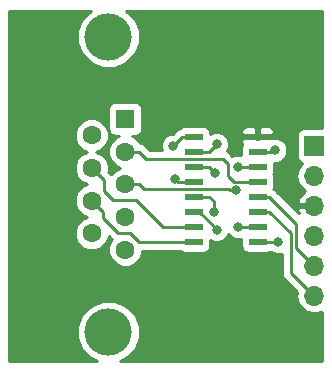
<source format=gbr>
G04 #@! TF.GenerationSoftware,KiCad,Pcbnew,(5.0.2)-1*
G04 #@! TF.CreationDate,2019-09-14T16:49:05-04:00*
G04 #@! TF.ProjectId,RS232_TTL_Male,52533233-325f-4545-944c-5f4d616c652e,rev?*
G04 #@! TF.SameCoordinates,Original*
G04 #@! TF.FileFunction,Copper,L1,Top*
G04 #@! TF.FilePolarity,Positive*
%FSLAX46Y46*%
G04 Gerber Fmt 4.6, Leading zero omitted, Abs format (unit mm)*
G04 Created by KiCad (PCBNEW (5.0.2)-1) date 9/14/2019 4:49:05 PM*
%MOMM*%
%LPD*%
G01*
G04 APERTURE LIST*
G04 #@! TA.AperFunction,ComponentPad*
%ADD10R,1.700000X1.700000*%
G04 #@! TD*
G04 #@! TA.AperFunction,ComponentPad*
%ADD11O,1.700000X1.700000*%
G04 #@! TD*
G04 #@! TA.AperFunction,ComponentPad*
%ADD12R,1.600000X1.600000*%
G04 #@! TD*
G04 #@! TA.AperFunction,ComponentPad*
%ADD13C,1.600000*%
G04 #@! TD*
G04 #@! TA.AperFunction,ComponentPad*
%ADD14C,4.000000*%
G04 #@! TD*
G04 #@! TA.AperFunction,SMDPad,CuDef*
%ADD15R,1.500000X0.600000*%
G04 #@! TD*
G04 #@! TA.AperFunction,ViaPad*
%ADD16C,0.800000*%
G04 #@! TD*
G04 #@! TA.AperFunction,Conductor*
%ADD17C,0.250000*%
G04 #@! TD*
G04 #@! TA.AperFunction,Conductor*
%ADD18C,0.254000*%
G04 #@! TD*
G04 APERTURE END LIST*
D10*
G04 #@! TO.P,H1,1*
G04 #@! TO.N,GND*
X26543000Y-12192000D03*
D11*
G04 #@! TO.P,H1,2*
G04 #@! TO.N,Net-(H1-Pad2)*
X26543000Y-14732000D03*
G04 #@! TO.P,H1,3*
G04 #@! TO.N,/VCC*
X26543000Y-17272000D03*
G04 #@! TO.P,H1,4*
G04 #@! TO.N,Net-(H1-Pad4)*
X26543000Y-19812000D03*
G04 #@! TO.P,H1,5*
G04 #@! TO.N,Net-(H1-Pad5)*
X26543000Y-22352000D03*
G04 #@! TO.P,H1,6*
G04 #@! TO.N,Net-(H1-Pad6)*
X26543000Y-24892000D03*
G04 #@! TD*
D12*
G04 #@! TO.P,J1,1*
G04 #@! TO.N,N/C*
X10541000Y-9906000D03*
D13*
G04 #@! TO.P,J1,2*
G04 #@! TO.N,Net-(J1-Pad2)*
X10541000Y-12676000D03*
G04 #@! TO.P,J1,3*
G04 #@! TO.N,Net-(J1-Pad3)*
X10541000Y-15446000D03*
G04 #@! TO.P,J1,4*
G04 #@! TO.N,N/C*
X10541000Y-18216000D03*
G04 #@! TO.P,J1,5*
G04 #@! TO.N,GND*
X10541000Y-20986000D03*
G04 #@! TO.P,J1,6*
G04 #@! TO.N,N/C*
X7701000Y-11291000D03*
G04 #@! TO.P,J1,7*
G04 #@! TO.N,Net-(J1-Pad7)*
X7701000Y-14061000D03*
G04 #@! TO.P,J1,8*
G04 #@! TO.N,Net-(J1-Pad8)*
X7701000Y-16831000D03*
G04 #@! TO.P,J1,9*
G04 #@! TO.N,N/C*
X7701000Y-19601000D03*
D14*
G04 #@! TO.P,J1,0*
G04 #@! TO.N,Net-(J1-Pad0)*
X9121000Y-2946000D03*
X9121000Y-27946000D03*
G04 #@! TD*
D15*
G04 #@! TO.P,U1,1*
G04 #@! TO.N,Net-(C1-Pad1)*
X16350000Y-11430000D03*
G04 #@! TO.P,U1,2*
G04 #@! TO.N,Net-(C3-Pad2)*
X16350000Y-12700000D03*
G04 #@! TO.P,U1,3*
G04 #@! TO.N,Net-(C1-Pad2)*
X16350000Y-13970000D03*
G04 #@! TO.P,U1,4*
G04 #@! TO.N,Net-(C2-Pad1)*
X16350000Y-15240000D03*
G04 #@! TO.P,U1,5*
G04 #@! TO.N,Net-(C2-Pad2)*
X16350000Y-16510000D03*
G04 #@! TO.P,U1,6*
G04 #@! TO.N,Net-(C4-Pad2)*
X16350000Y-17780000D03*
G04 #@! TO.P,U1,7*
G04 #@! TO.N,Net-(J1-Pad7)*
X16350000Y-19050000D03*
G04 #@! TO.P,U1,8*
G04 #@! TO.N,Net-(J1-Pad8)*
X16350000Y-20320000D03*
G04 #@! TO.P,U1,9*
G04 #@! TO.N,Net-(H1-Pad2)*
X21750000Y-20320000D03*
G04 #@! TO.P,U1,10*
G04 #@! TO.N,Net-(H1-Pad4)*
X21750000Y-19050000D03*
G04 #@! TO.P,U1,11*
G04 #@! TO.N,Net-(H1-Pad6)*
X21750000Y-17780000D03*
G04 #@! TO.P,U1,12*
G04 #@! TO.N,Net-(H1-Pad5)*
X21750000Y-16510000D03*
G04 #@! TO.P,U1,13*
G04 #@! TO.N,Net-(J1-Pad2)*
X21750000Y-15240000D03*
G04 #@! TO.P,U1,14*
G04 #@! TO.N,Net-(J1-Pad3)*
X21750000Y-13970000D03*
G04 #@! TO.P,U1,15*
G04 #@! TO.N,GND*
X21750000Y-12700000D03*
G04 #@! TO.P,U1,16*
G04 #@! TO.N,/VCC*
X21750000Y-11430000D03*
G04 #@! TD*
D16*
G04 #@! TO.N,Net-(C1-Pad1)*
X14605000Y-12192000D03*
G04 #@! TO.N,Net-(C1-Pad2)*
X18161000Y-14478000D03*
G04 #@! TO.N,Net-(C2-Pad2)*
X18034000Y-17780000D03*
G04 #@! TO.N,Net-(C2-Pad1)*
X14732000Y-14986000D03*
G04 #@! TO.N,GND*
X23241000Y-12573000D03*
G04 #@! TO.N,Net-(C3-Pad2)*
X18288000Y-12065000D03*
G04 #@! TO.N,Net-(C4-Pad2)*
X18288000Y-19304000D03*
G04 #@! TO.N,Net-(J1-Pad3)*
X19959955Y-15965000D03*
X20066000Y-13970000D03*
G04 #@! TO.N,/VCC*
X17780000Y-8509000D03*
G04 #@! TO.N,Net-(H1-Pad2)*
X23495000Y-20320000D03*
G04 #@! TO.N,Net-(H1-Pad4)*
X20066000Y-19050000D03*
G04 #@! TD*
D17*
G04 #@! TO.N,Net-(C1-Pad1)*
X16350000Y-11430000D02*
X15367000Y-11430000D01*
X15367000Y-11430000D02*
X14605000Y-12192000D01*
G04 #@! TO.N,Net-(C1-Pad2)*
X16350000Y-13970000D02*
X17653000Y-13970000D01*
X17653000Y-13970000D02*
X18161000Y-14478000D01*
G04 #@! TO.N,Net-(C2-Pad2)*
X18034000Y-16891000D02*
X18034000Y-17780000D01*
X16350000Y-16510000D02*
X17653000Y-16510000D01*
X17653000Y-16510000D02*
X18034000Y-16891000D01*
G04 #@! TO.N,Net-(C2-Pad1)*
X16350000Y-15240000D02*
X14986000Y-15240000D01*
X14986000Y-15240000D02*
X14732000Y-14986000D01*
G04 #@! TO.N,GND*
X21750000Y-12700000D02*
X23114000Y-12700000D01*
X23114000Y-12700000D02*
X23241000Y-12573000D01*
G04 #@! TO.N,Net-(C3-Pad2)*
X17653000Y-12700000D02*
X18288000Y-12065000D01*
X16350000Y-12700000D02*
X17653000Y-12700000D01*
G04 #@! TO.N,Net-(C4-Pad2)*
X18288000Y-19268000D02*
X18288000Y-19304000D01*
X16350000Y-17780000D02*
X16800000Y-17780000D01*
X16800000Y-17780000D02*
X18288000Y-19268000D01*
G04 #@! TO.N,Net-(J1-Pad2)*
X11672370Y-12676000D02*
X10541000Y-12676000D01*
X19226000Y-13716000D02*
X18835001Y-13325001D01*
X18835001Y-13325001D02*
X12321371Y-13325001D01*
X12321371Y-13325001D02*
X11672370Y-12676000D01*
X19734000Y-15240000D02*
X19226000Y-14732000D01*
X21750000Y-15240000D02*
X19734000Y-15240000D01*
X19226000Y-14732000D02*
X19226000Y-13716000D01*
G04 #@! TO.N,Net-(J1-Pad3)*
X21750000Y-13970000D02*
X20066000Y-13970000D01*
X11672370Y-15446000D02*
X10541000Y-15446000D01*
X12091371Y-15865001D02*
X11672370Y-15446000D01*
X19294271Y-15865001D02*
X12091371Y-15865001D01*
X19394270Y-15965000D02*
X19294271Y-15865001D01*
X19959955Y-15965000D02*
X19394270Y-15965000D01*
G04 #@! TO.N,Net-(H1-Pad2)*
X21750000Y-20320000D02*
X23495000Y-20320000D01*
G04 #@! TO.N,Net-(H1-Pad4)*
X21750000Y-19050000D02*
X20066000Y-19050000D01*
G04 #@! TO.N,Net-(H1-Pad5)*
X22750000Y-16510000D02*
X25019000Y-18779000D01*
X21750000Y-16510000D02*
X22750000Y-16510000D01*
X25019000Y-20828000D02*
X26543000Y-22352000D01*
X25019000Y-18779000D02*
X25019000Y-20828000D01*
G04 #@! TO.N,Net-(H1-Pad6)*
X25693001Y-24042001D02*
X26543000Y-24892000D01*
X24568990Y-22917990D02*
X25693001Y-24042001D01*
X24568990Y-19598990D02*
X24568990Y-22917990D01*
X22750000Y-17780000D02*
X24568990Y-19598990D01*
X21750000Y-17780000D02*
X22750000Y-17780000D01*
G04 #@! TO.N,Net-(J1-Pad7)*
X13716000Y-19050000D02*
X16350000Y-19050000D01*
X11430000Y-16764000D02*
X13716000Y-19050000D01*
X9525000Y-16764000D02*
X11430000Y-16764000D01*
X8763000Y-16002000D02*
X9525000Y-16764000D01*
X8763000Y-15123000D02*
X8763000Y-16002000D01*
X7701000Y-14061000D02*
X8763000Y-15123000D01*
G04 #@! TO.N,Net-(J1-Pad8)*
X11684000Y-20320000D02*
X16350000Y-20320000D01*
X10922000Y-19558000D02*
X11684000Y-20320000D01*
X9906000Y-19558000D02*
X10922000Y-19558000D01*
X8636000Y-18288000D02*
X9906000Y-19558000D01*
X8636000Y-17766000D02*
X8636000Y-18288000D01*
X7701000Y-16831000D02*
X8636000Y-17766000D01*
G04 #@! TD*
D18*
G04 #@! TO.N,/VCC*
G36*
X6887155Y-1453392D02*
X6486000Y-2421866D01*
X6486000Y-3470134D01*
X6887155Y-4438608D01*
X7628392Y-5179845D01*
X8596866Y-5581000D01*
X9645134Y-5581000D01*
X10613608Y-5179845D01*
X11354845Y-4438608D01*
X11756000Y-3470134D01*
X11756000Y-2421866D01*
X11354845Y-1453392D01*
X10636453Y-735000D01*
X27205000Y-735000D01*
X27205000Y-10694560D01*
X25693000Y-10694560D01*
X25445235Y-10743843D01*
X25235191Y-10884191D01*
X25094843Y-11094235D01*
X25045560Y-11342000D01*
X25045560Y-13042000D01*
X25094843Y-13289765D01*
X25235191Y-13499809D01*
X25445235Y-13640157D01*
X25490619Y-13649184D01*
X25472375Y-13661375D01*
X25144161Y-14152582D01*
X25028908Y-14732000D01*
X25144161Y-15311418D01*
X25472375Y-15802625D01*
X25791478Y-16015843D01*
X25661642Y-16076817D01*
X25271355Y-16505076D01*
X25101524Y-16915110D01*
X25222845Y-17145000D01*
X26416000Y-17145000D01*
X26416000Y-17125000D01*
X26670000Y-17125000D01*
X26670000Y-17145000D01*
X26690000Y-17145000D01*
X26690000Y-17399000D01*
X26670000Y-17399000D01*
X26670000Y-17419000D01*
X26416000Y-17419000D01*
X26416000Y-17399000D01*
X25222845Y-17399000D01*
X25101524Y-17628890D01*
X25213116Y-17898314D01*
X23340331Y-16025530D01*
X23297929Y-15962071D01*
X23079299Y-15815987D01*
X23098157Y-15787765D01*
X23147440Y-15540000D01*
X23147440Y-14940000D01*
X23098157Y-14692235D01*
X23039868Y-14605000D01*
X23098157Y-14517765D01*
X23147440Y-14270000D01*
X23147440Y-13670000D01*
X23135108Y-13608000D01*
X23446874Y-13608000D01*
X23827280Y-13450431D01*
X24118431Y-13159280D01*
X24276000Y-12778874D01*
X24276000Y-12367126D01*
X24118431Y-11986720D01*
X23827280Y-11695569D01*
X23446874Y-11538000D01*
X23035126Y-11538000D01*
X22980059Y-11560809D01*
X22976250Y-11557000D01*
X21877000Y-11557000D01*
X21877000Y-11577000D01*
X21623000Y-11577000D01*
X21623000Y-11557000D01*
X20523750Y-11557000D01*
X20365000Y-11715750D01*
X20365000Y-11856310D01*
X20454768Y-12073028D01*
X20401843Y-12152235D01*
X20352560Y-12400000D01*
X20352560Y-12968421D01*
X20271874Y-12935000D01*
X19860126Y-12935000D01*
X19619480Y-13034679D01*
X19425332Y-12840531D01*
X19382930Y-12777072D01*
X19171769Y-12635979D01*
X19323000Y-12270874D01*
X19323000Y-11859126D01*
X19165431Y-11478720D01*
X18874280Y-11187569D01*
X18493874Y-11030000D01*
X18082126Y-11030000D01*
X17747440Y-11168631D01*
X17747440Y-11130000D01*
X17722316Y-11003690D01*
X20365000Y-11003690D01*
X20365000Y-11144250D01*
X20523750Y-11303000D01*
X21623000Y-11303000D01*
X21623000Y-10653750D01*
X21877000Y-10653750D01*
X21877000Y-11303000D01*
X22976250Y-11303000D01*
X23135000Y-11144250D01*
X23135000Y-11003690D01*
X23038327Y-10770301D01*
X22859698Y-10591673D01*
X22626309Y-10495000D01*
X22035750Y-10495000D01*
X21877000Y-10653750D01*
X21623000Y-10653750D01*
X21464250Y-10495000D01*
X20873691Y-10495000D01*
X20640302Y-10591673D01*
X20461673Y-10770301D01*
X20365000Y-11003690D01*
X17722316Y-11003690D01*
X17698157Y-10882235D01*
X17557809Y-10672191D01*
X17347765Y-10531843D01*
X17100000Y-10482560D01*
X15600000Y-10482560D01*
X15352235Y-10531843D01*
X15142191Y-10672191D01*
X15120893Y-10704065D01*
X15118605Y-10704520D01*
X15070462Y-10714096D01*
X14986346Y-10770301D01*
X14819071Y-10882071D01*
X14776671Y-10945527D01*
X14565198Y-11157000D01*
X14399126Y-11157000D01*
X14018720Y-11314569D01*
X13727569Y-11605720D01*
X13570000Y-11986126D01*
X13570000Y-12397874D01*
X13639226Y-12565001D01*
X12636173Y-12565001D01*
X12262701Y-12191530D01*
X12220299Y-12128071D01*
X11968907Y-11960096D01*
X11782322Y-11922982D01*
X11757534Y-11863138D01*
X11353862Y-11459466D01*
X11097893Y-11353440D01*
X11341000Y-11353440D01*
X11588765Y-11304157D01*
X11798809Y-11163809D01*
X11939157Y-10953765D01*
X11988440Y-10706000D01*
X11988440Y-9106000D01*
X11939157Y-8858235D01*
X11798809Y-8648191D01*
X11588765Y-8507843D01*
X11341000Y-8458560D01*
X9741000Y-8458560D01*
X9493235Y-8507843D01*
X9283191Y-8648191D01*
X9142843Y-8858235D01*
X9093560Y-9106000D01*
X9093560Y-10706000D01*
X9142843Y-10953765D01*
X9283191Y-11163809D01*
X9493235Y-11304157D01*
X9741000Y-11353440D01*
X9984107Y-11353440D01*
X9728138Y-11459466D01*
X9324466Y-11863138D01*
X9106000Y-12390561D01*
X9106000Y-12961439D01*
X9324466Y-13488862D01*
X9728138Y-13892534D01*
X10134850Y-14061000D01*
X9728138Y-14229466D01*
X9339610Y-14617994D01*
X9310929Y-14575071D01*
X9247473Y-14532671D01*
X9114104Y-14399302D01*
X9136000Y-14346439D01*
X9136000Y-13775561D01*
X8917534Y-13248138D01*
X8513862Y-12844466D01*
X8107150Y-12676000D01*
X8513862Y-12507534D01*
X8917534Y-12103862D01*
X9136000Y-11576439D01*
X9136000Y-11005561D01*
X8917534Y-10478138D01*
X8513862Y-10074466D01*
X7986439Y-9856000D01*
X7415561Y-9856000D01*
X6888138Y-10074466D01*
X6484466Y-10478138D01*
X6266000Y-11005561D01*
X6266000Y-11576439D01*
X6484466Y-12103862D01*
X6888138Y-12507534D01*
X7294850Y-12676000D01*
X6888138Y-12844466D01*
X6484466Y-13248138D01*
X6266000Y-13775561D01*
X6266000Y-14346439D01*
X6484466Y-14873862D01*
X6888138Y-15277534D01*
X7294850Y-15446000D01*
X6888138Y-15614466D01*
X6484466Y-16018138D01*
X6266000Y-16545561D01*
X6266000Y-17116439D01*
X6484466Y-17643862D01*
X6888138Y-18047534D01*
X7294850Y-18216000D01*
X6888138Y-18384466D01*
X6484466Y-18788138D01*
X6266000Y-19315561D01*
X6266000Y-19886439D01*
X6484466Y-20413862D01*
X6888138Y-20817534D01*
X7415561Y-21036000D01*
X7986439Y-21036000D01*
X8513862Y-20817534D01*
X8917534Y-20413862D01*
X9136000Y-19886439D01*
X9136000Y-19862802D01*
X9315670Y-20042472D01*
X9358071Y-20105929D01*
X9378215Y-20119389D01*
X9324466Y-20173138D01*
X9106000Y-20700561D01*
X9106000Y-21271439D01*
X9324466Y-21798862D01*
X9728138Y-22202534D01*
X10255561Y-22421000D01*
X10826439Y-22421000D01*
X11353862Y-22202534D01*
X11757534Y-21798862D01*
X11976000Y-21271439D01*
X11976000Y-21080000D01*
X15145470Y-21080000D01*
X15352235Y-21218157D01*
X15600000Y-21267440D01*
X17100000Y-21267440D01*
X17347765Y-21218157D01*
X17557809Y-21077809D01*
X17698157Y-20867765D01*
X17747440Y-20620000D01*
X17747440Y-20200369D01*
X18082126Y-20339000D01*
X18493874Y-20339000D01*
X18874280Y-20181431D01*
X19165431Y-19890280D01*
X19246603Y-19694314D01*
X19479720Y-19927431D01*
X19860126Y-20085000D01*
X20271874Y-20085000D01*
X20352560Y-20051579D01*
X20352560Y-20620000D01*
X20401843Y-20867765D01*
X20542191Y-21077809D01*
X20752235Y-21218157D01*
X21000000Y-21267440D01*
X22500000Y-21267440D01*
X22747765Y-21218157D01*
X22856674Y-21145385D01*
X22908720Y-21197431D01*
X23289126Y-21355000D01*
X23700874Y-21355000D01*
X23808991Y-21310217D01*
X23808991Y-22843138D01*
X23794102Y-22917990D01*
X23808991Y-22992842D01*
X23853087Y-23214527D01*
X24021062Y-23465919D01*
X24084518Y-23508319D01*
X25101791Y-24525593D01*
X25028908Y-24892000D01*
X25144161Y-25471418D01*
X25472375Y-25962625D01*
X25963582Y-26290839D01*
X26396744Y-26377000D01*
X26689256Y-26377000D01*
X27122418Y-26290839D01*
X27205001Y-26235659D01*
X27205001Y-30380000D01*
X10130391Y-30380000D01*
X10613608Y-30179845D01*
X11354845Y-29438608D01*
X11756000Y-28470134D01*
X11756000Y-27421866D01*
X11354845Y-26453392D01*
X10613608Y-25712155D01*
X9645134Y-25311000D01*
X8596866Y-25311000D01*
X7628392Y-25712155D01*
X6887155Y-26453392D01*
X6486000Y-27421866D01*
X6486000Y-28470134D01*
X6887155Y-29438608D01*
X7628392Y-30179845D01*
X8111609Y-30380000D01*
X735000Y-30380000D01*
X735000Y-735000D01*
X7605547Y-735000D01*
X6887155Y-1453392D01*
X6887155Y-1453392D01*
G37*
X6887155Y-1453392D02*
X6486000Y-2421866D01*
X6486000Y-3470134D01*
X6887155Y-4438608D01*
X7628392Y-5179845D01*
X8596866Y-5581000D01*
X9645134Y-5581000D01*
X10613608Y-5179845D01*
X11354845Y-4438608D01*
X11756000Y-3470134D01*
X11756000Y-2421866D01*
X11354845Y-1453392D01*
X10636453Y-735000D01*
X27205000Y-735000D01*
X27205000Y-10694560D01*
X25693000Y-10694560D01*
X25445235Y-10743843D01*
X25235191Y-10884191D01*
X25094843Y-11094235D01*
X25045560Y-11342000D01*
X25045560Y-13042000D01*
X25094843Y-13289765D01*
X25235191Y-13499809D01*
X25445235Y-13640157D01*
X25490619Y-13649184D01*
X25472375Y-13661375D01*
X25144161Y-14152582D01*
X25028908Y-14732000D01*
X25144161Y-15311418D01*
X25472375Y-15802625D01*
X25791478Y-16015843D01*
X25661642Y-16076817D01*
X25271355Y-16505076D01*
X25101524Y-16915110D01*
X25222845Y-17145000D01*
X26416000Y-17145000D01*
X26416000Y-17125000D01*
X26670000Y-17125000D01*
X26670000Y-17145000D01*
X26690000Y-17145000D01*
X26690000Y-17399000D01*
X26670000Y-17399000D01*
X26670000Y-17419000D01*
X26416000Y-17419000D01*
X26416000Y-17399000D01*
X25222845Y-17399000D01*
X25101524Y-17628890D01*
X25213116Y-17898314D01*
X23340331Y-16025530D01*
X23297929Y-15962071D01*
X23079299Y-15815987D01*
X23098157Y-15787765D01*
X23147440Y-15540000D01*
X23147440Y-14940000D01*
X23098157Y-14692235D01*
X23039868Y-14605000D01*
X23098157Y-14517765D01*
X23147440Y-14270000D01*
X23147440Y-13670000D01*
X23135108Y-13608000D01*
X23446874Y-13608000D01*
X23827280Y-13450431D01*
X24118431Y-13159280D01*
X24276000Y-12778874D01*
X24276000Y-12367126D01*
X24118431Y-11986720D01*
X23827280Y-11695569D01*
X23446874Y-11538000D01*
X23035126Y-11538000D01*
X22980059Y-11560809D01*
X22976250Y-11557000D01*
X21877000Y-11557000D01*
X21877000Y-11577000D01*
X21623000Y-11577000D01*
X21623000Y-11557000D01*
X20523750Y-11557000D01*
X20365000Y-11715750D01*
X20365000Y-11856310D01*
X20454768Y-12073028D01*
X20401843Y-12152235D01*
X20352560Y-12400000D01*
X20352560Y-12968421D01*
X20271874Y-12935000D01*
X19860126Y-12935000D01*
X19619480Y-13034679D01*
X19425332Y-12840531D01*
X19382930Y-12777072D01*
X19171769Y-12635979D01*
X19323000Y-12270874D01*
X19323000Y-11859126D01*
X19165431Y-11478720D01*
X18874280Y-11187569D01*
X18493874Y-11030000D01*
X18082126Y-11030000D01*
X17747440Y-11168631D01*
X17747440Y-11130000D01*
X17722316Y-11003690D01*
X20365000Y-11003690D01*
X20365000Y-11144250D01*
X20523750Y-11303000D01*
X21623000Y-11303000D01*
X21623000Y-10653750D01*
X21877000Y-10653750D01*
X21877000Y-11303000D01*
X22976250Y-11303000D01*
X23135000Y-11144250D01*
X23135000Y-11003690D01*
X23038327Y-10770301D01*
X22859698Y-10591673D01*
X22626309Y-10495000D01*
X22035750Y-10495000D01*
X21877000Y-10653750D01*
X21623000Y-10653750D01*
X21464250Y-10495000D01*
X20873691Y-10495000D01*
X20640302Y-10591673D01*
X20461673Y-10770301D01*
X20365000Y-11003690D01*
X17722316Y-11003690D01*
X17698157Y-10882235D01*
X17557809Y-10672191D01*
X17347765Y-10531843D01*
X17100000Y-10482560D01*
X15600000Y-10482560D01*
X15352235Y-10531843D01*
X15142191Y-10672191D01*
X15120893Y-10704065D01*
X15118605Y-10704520D01*
X15070462Y-10714096D01*
X14986346Y-10770301D01*
X14819071Y-10882071D01*
X14776671Y-10945527D01*
X14565198Y-11157000D01*
X14399126Y-11157000D01*
X14018720Y-11314569D01*
X13727569Y-11605720D01*
X13570000Y-11986126D01*
X13570000Y-12397874D01*
X13639226Y-12565001D01*
X12636173Y-12565001D01*
X12262701Y-12191530D01*
X12220299Y-12128071D01*
X11968907Y-11960096D01*
X11782322Y-11922982D01*
X11757534Y-11863138D01*
X11353862Y-11459466D01*
X11097893Y-11353440D01*
X11341000Y-11353440D01*
X11588765Y-11304157D01*
X11798809Y-11163809D01*
X11939157Y-10953765D01*
X11988440Y-10706000D01*
X11988440Y-9106000D01*
X11939157Y-8858235D01*
X11798809Y-8648191D01*
X11588765Y-8507843D01*
X11341000Y-8458560D01*
X9741000Y-8458560D01*
X9493235Y-8507843D01*
X9283191Y-8648191D01*
X9142843Y-8858235D01*
X9093560Y-9106000D01*
X9093560Y-10706000D01*
X9142843Y-10953765D01*
X9283191Y-11163809D01*
X9493235Y-11304157D01*
X9741000Y-11353440D01*
X9984107Y-11353440D01*
X9728138Y-11459466D01*
X9324466Y-11863138D01*
X9106000Y-12390561D01*
X9106000Y-12961439D01*
X9324466Y-13488862D01*
X9728138Y-13892534D01*
X10134850Y-14061000D01*
X9728138Y-14229466D01*
X9339610Y-14617994D01*
X9310929Y-14575071D01*
X9247473Y-14532671D01*
X9114104Y-14399302D01*
X9136000Y-14346439D01*
X9136000Y-13775561D01*
X8917534Y-13248138D01*
X8513862Y-12844466D01*
X8107150Y-12676000D01*
X8513862Y-12507534D01*
X8917534Y-12103862D01*
X9136000Y-11576439D01*
X9136000Y-11005561D01*
X8917534Y-10478138D01*
X8513862Y-10074466D01*
X7986439Y-9856000D01*
X7415561Y-9856000D01*
X6888138Y-10074466D01*
X6484466Y-10478138D01*
X6266000Y-11005561D01*
X6266000Y-11576439D01*
X6484466Y-12103862D01*
X6888138Y-12507534D01*
X7294850Y-12676000D01*
X6888138Y-12844466D01*
X6484466Y-13248138D01*
X6266000Y-13775561D01*
X6266000Y-14346439D01*
X6484466Y-14873862D01*
X6888138Y-15277534D01*
X7294850Y-15446000D01*
X6888138Y-15614466D01*
X6484466Y-16018138D01*
X6266000Y-16545561D01*
X6266000Y-17116439D01*
X6484466Y-17643862D01*
X6888138Y-18047534D01*
X7294850Y-18216000D01*
X6888138Y-18384466D01*
X6484466Y-18788138D01*
X6266000Y-19315561D01*
X6266000Y-19886439D01*
X6484466Y-20413862D01*
X6888138Y-20817534D01*
X7415561Y-21036000D01*
X7986439Y-21036000D01*
X8513862Y-20817534D01*
X8917534Y-20413862D01*
X9136000Y-19886439D01*
X9136000Y-19862802D01*
X9315670Y-20042472D01*
X9358071Y-20105929D01*
X9378215Y-20119389D01*
X9324466Y-20173138D01*
X9106000Y-20700561D01*
X9106000Y-21271439D01*
X9324466Y-21798862D01*
X9728138Y-22202534D01*
X10255561Y-22421000D01*
X10826439Y-22421000D01*
X11353862Y-22202534D01*
X11757534Y-21798862D01*
X11976000Y-21271439D01*
X11976000Y-21080000D01*
X15145470Y-21080000D01*
X15352235Y-21218157D01*
X15600000Y-21267440D01*
X17100000Y-21267440D01*
X17347765Y-21218157D01*
X17557809Y-21077809D01*
X17698157Y-20867765D01*
X17747440Y-20620000D01*
X17747440Y-20200369D01*
X18082126Y-20339000D01*
X18493874Y-20339000D01*
X18874280Y-20181431D01*
X19165431Y-19890280D01*
X19246603Y-19694314D01*
X19479720Y-19927431D01*
X19860126Y-20085000D01*
X20271874Y-20085000D01*
X20352560Y-20051579D01*
X20352560Y-20620000D01*
X20401843Y-20867765D01*
X20542191Y-21077809D01*
X20752235Y-21218157D01*
X21000000Y-21267440D01*
X22500000Y-21267440D01*
X22747765Y-21218157D01*
X22856674Y-21145385D01*
X22908720Y-21197431D01*
X23289126Y-21355000D01*
X23700874Y-21355000D01*
X23808991Y-21310217D01*
X23808991Y-22843138D01*
X23794102Y-22917990D01*
X23808991Y-22992842D01*
X23853087Y-23214527D01*
X24021062Y-23465919D01*
X24084518Y-23508319D01*
X25101791Y-24525593D01*
X25028908Y-24892000D01*
X25144161Y-25471418D01*
X25472375Y-25962625D01*
X25963582Y-26290839D01*
X26396744Y-26377000D01*
X26689256Y-26377000D01*
X27122418Y-26290839D01*
X27205001Y-26235659D01*
X27205001Y-30380000D01*
X10130391Y-30380000D01*
X10613608Y-30179845D01*
X11354845Y-29438608D01*
X11756000Y-28470134D01*
X11756000Y-27421866D01*
X11354845Y-26453392D01*
X10613608Y-25712155D01*
X9645134Y-25311000D01*
X8596866Y-25311000D01*
X7628392Y-25712155D01*
X6887155Y-26453392D01*
X6486000Y-27421866D01*
X6486000Y-28470134D01*
X6887155Y-29438608D01*
X7628392Y-30179845D01*
X8111609Y-30380000D01*
X735000Y-30380000D01*
X735000Y-735000D01*
X7605547Y-735000D01*
X6887155Y-1453392D01*
G04 #@! TD*
M02*

</source>
